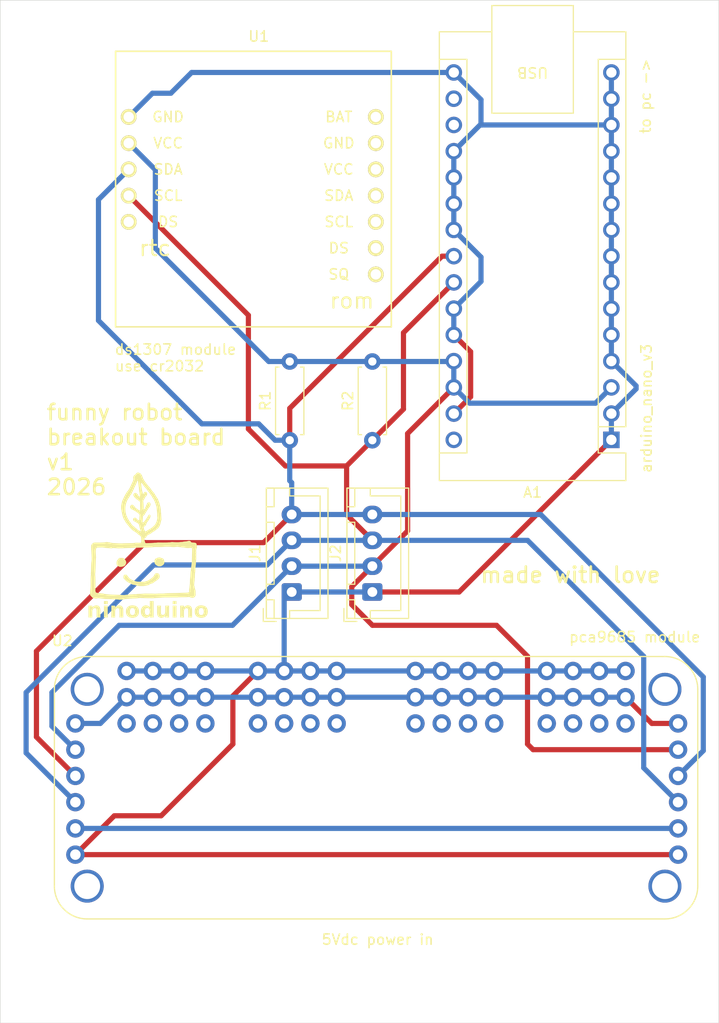
<source format=kicad_pcb>
(kicad_pcb (version 20241229) (generator "pcbnew") (generator_version "9.0")
  (title_block (title "funny robot breakout board v1") (date "2026-02-10") (rev "v1") (company "ninoduino"))
  (layers (0 "F.Cu" signal) (2 "B.Cu" signal) (13 "F.Paste" user) (15 "B.Paste" user) (5 "F.SilkS" user "F.Silkscreen") (7 "B.SilkS" user "B.Silkscreen") (1 "F.Mask" user) (3 "B.Mask" user) (25 "Edge.Cuts" user))
  (net 0 "")
  (net 1 "GND")
  (net 2 "VBUS")
  (net 3 "SDA")
  (net 5 "SCL")
  (net 16 "+5V")
  (net 22 "Net-(U2-~{OE}-PadOE_1)")
  (footprint "Resistor_THT:R_Axial_DIN0207_L6.3mm_D2.5mm_P7.62mm_Horizontal" (layer "F.Cu") (at 146.49 88.587 90)
    (property "Reference" "R2" (at 3.81 -2.37 90) (layer "F.SilkS"))
    (property "Value" "10k")
    (pad "1" thru_hole circle (at 0 0 90) (size 1.6 1.6) (drill 0.8) (layers "*.Cu" "*.Mask") (net 5 "SCL"))
    (pad "2" thru_hole circle (at 7.62 0 90) (size 1.6 1.6) (drill 0.8) (layers "*.Cu" "*.Mask") (net 2 "VBUS"))
  )
  (footprint "Library:Tiny_RTC_DS1307" (layer "F.Cu") (at 134.355 62.372 180)
    (property "Reference" "U1" (at -1.145 12.872 0) (layer "F.SilkS"))
    (property "Value" "Tiny_RTC_DS1307" (hide yes))
    (fp_text user "SQ" (at -8.89 -10.16 0) (layer "F.SilkS"))
    (fp_text user "VCC" (at 7.62 2.54 0) (layer "F.SilkS"))
    (fp_text user "GND" (at 7.62 5.08 0) (layer "F.SilkS"))
    (fp_text user "BAT" (at -8.89 5.08 0) (layer "F.SilkS"))
    (fp_text user "DS" (at 7.62 -5.08 0) (layer "F.SilkS"))
    (fp_text user "SDA" (at 7.62 0 0) (layer "F.SilkS"))
    (fp_text user "rom" (at -10.16 -12.7 0) (layer "F.SilkS") (effects (font (size 1.5 1.5) (thickness 0.2))))
    (fp_text user "rtc" (at 8.89 -7.62 0) (layer "F.SilkS") (effects (font (size 1.5 1.5) (thickness 0.2))))
    (fp_text user "SDA" (at -8.89 -2.54 0) (layer "F.SilkS"))
    (fp_text user "SCL" (at 7.62 -2.54 0) (layer "F.SilkS"))
    (fp_text user "VCC" (at -8.89 0 0) (layer "F.SilkS"))
    (fp_text user "GND" (at -8.89 2.54 0) (layer "F.SilkS"))
    (fp_text user "SCL" (at -8.89 -5.08 0) (layer "F.SilkS"))
    (fp_text user "DS" (at -8.89 -7.62 0) (layer "F.SilkS"))
    (pad "1" thru_hole circle (at -12.47 5.08 180) (size 1.524 1.524) (drill 1) (layers "*.Cu" "*.Mask" "F.SilkS"))
    (pad "2" thru_hole circle (at -12.47 2.54 180) (size 1.524 1.524) (drill 1) (layers "*.Cu" "*.Mask" "F.SilkS"))
    (pad "3" thru_hole circle (at -12.47 0 180) (size 1.524 1.524) (drill 1) (layers "*.Cu" "*.Mask" "F.SilkS"))
    (pad "4" thru_hole circle (at -12.47 -2.54 180) (size 1.524 1.524) (drill 1) (layers "*.Cu" "*.Mask" "F.SilkS"))
    (pad "5" thru_hole circle (at -12.47 -5.08 180) (size 1.524 1.524) (drill 1) (layers "*.Cu" "*.Mask" "F.SilkS"))
    (pad "6" thru_hole circle (at -12.47 -7.62 180) (size 1.524 1.524) (drill 1) (layers "*.Cu" "*.Mask" "F.SilkS"))
    (pad "7" thru_hole circle (at -12.47 -10.16 180) (size 1.524 1.524) (drill 1) (layers "*.Cu" "*.Mask" "F.SilkS"))
    (pad "8" thru_hole circle (at 11.43 5.08 180) (size 1.524 1.524) (drill 1) (layers "*.Cu" "*.Mask" "F.SilkS") (net 1 "GND"))
    (pad "9" thru_hole circle (at 11.43 2.54 180) (size 1.524 1.524) (drill 1) (layers "*.Cu" "*.Mask" "F.SilkS") (net 2 "VBUS"))
    (pad "10" thru_hole circle (at 11.43 0 180) (size 1.524 1.524) (drill 1) (layers "*.Cu" "*.Mask" "F.SilkS") (net 3 "SDA"))
    (pad "11" thru_hole circle (at 11.43 -2.54 180) (size 1.524 1.524) (drill 1) (layers "*.Cu" "*.Mask" "F.SilkS") (net 5 "SCL"))
    (pad "12" thru_hole circle (at 11.43 -5.08 180) (size 1.524 1.524) (drill 1) (layers "*.Cu" "*.Mask" "F.SilkS"))
  )
  (footprint "Connector_JST:JST_XH_B4B-XH-A_1x04_P2.50mm_Vertical" (layer "F.Cu") (at 146.49 103.277 90)
    (property "Reference" "J2" (at 3.75 -3.55 90) (layer "F.SilkS"))
    (property "Value" "I2C Jumper")
    (pad "1" thru_hole roundrect (at 0 0 90) (size 1.7 1.95) (drill 0.95) (layers "*.Cu" "*.Mask") (roundrect_rratio 0.147059) (net 1 "GND"))
    (pad "2" thru_hole oval (at 2.5 0 90) (size 1.7 1.95) (drill 0.95) (layers "*.Cu" "*.Mask") (net 2 "VBUS"))
    (pad "3" thru_hole oval (at 5 0 90) (size 1.7 1.95) (drill 0.95) (layers "*.Cu" "*.Mask") (net 5 "SCL"))
    (pad "4" thru_hole oval (at 7.5 0 90) (size 1.7 1.95) (drill 0.95) (layers "*.Cu" "*.Mask") (net 3 "SDA"))
  )
  (footprint "Library:MODULE_815" (layer "F.Cu") (at 146.85 122.223 180)
    (property "Reference" "U2" (at 30.35 14.223 0) (layer "F.SilkS"))
    (property "Value" "pca9685 module" (at -25.015 14.585 0) (layer "F.SilkS"))
    (pad "0" thru_hole circle (at -24.13 6.223 180) (size 1.778 1.778) (drill 1) (layers "*.Cu" "*.Mask"))
    (pad "1" thru_hole circle (at -21.59 6.223 180) (size 1.778 1.778) (drill 1) (layers "*.Cu" "*.Mask"))
    (pad "2" thru_hole circle (at -19.05 6.223 180) (size 1.778 1.778) (drill 1) (layers "*.Cu" "*.Mask"))
    (pad "3" thru_hole circle (at -16.51 6.223 180) (size 1.778 1.778) (drill 1) (layers "*.Cu" "*.Mask"))
    (pad "4" thru_hole circle (at -11.43 6.223 180) (size 1.778 1.778) (drill 1) (layers "*.Cu" "*.Mask"))
    (pad "5" thru_hole circle (at -8.89 6.223 180) (size 1.778 1.778) (drill 1) (layers "*.Cu" "*.Mask"))
    (pad "6" thru_hole circle (at -6.35 6.223 180) (size 1.778 1.778) (drill 1) (layers "*.Cu" "*.Mask"))
    (pad "7" thru_hole circle (at -3.81 6.223 180) (size 1.778 1.778) (drill 1) (layers "*.Cu" "*.Mask"))
    (pad "8" thru_hole circle (at 3.81 6.223 180) (size 1.778 1.778) (drill 1) (layers "*.Cu" "*.Mask"))
    (pad "9" thru_hole circle (at 6.35 6.223 180) (size 1.778 1.778) (drill 1) (layers "*.Cu" "*.Mask"))
    (pad "10" thru_hole circle (at 8.89 6.223 180) (size 1.778 1.778) (drill 1) (layers "*.Cu" "*.Mask"))
    (pad "11" thru_hole circle (at 11.43 6.223 180) (size 1.778 1.778) (drill 1) (layers "*.Cu" "*.Mask"))
    (pad "12" thru_hole circle (at 16.51 6.223 180) (size 1.778 1.778) (drill 1) (layers "*.Cu" "*.Mask"))
    (pad "13" thru_hole circle (at 19.05 6.223 180) (size 1.778 1.778) (drill 1) (layers "*.Cu" "*.Mask"))
    (pad "14" thru_hole circle (at 21.59 6.223 180) (size 1.778 1.778) (drill 1) (layers "*.Cu" "*.Mask"))
    (pad "15" thru_hole circle (at 24.13 6.223 180) (size 1.778 1.778) (drill 1) (layers "*.Cu" "*.Mask"))
    (pad "GND_1" thru_hole circle (at -29.21 -6.477 180) (size 1.778 1.778) (drill 1.016) (layers "*.Cu" "*.Mask") (net 1 "GND"))
    (pad "GND_2" thru_hole circle (at 29.083 -6.477 180) (size 1.778 1.778) (drill 1.016) (layers "*.Cu" "*.Mask") (net 1 "GND"))
    (pad "GND_3" thru_hole circle (at -24.13 11.303 180) (size 1.778 1.778) (drill 1) (layers "*.Cu" "*.Mask") (net 1 "GND"))
    (pad "GND_4" thru_hole circle (at -21.59 11.303 180) (size 1.778 1.778) (drill 1) (layers "*.Cu" "*.Mask") (net 1 "GND"))
    (pad "GND_5" thru_hole circle (at -19.05 11.303 180) (size 1.778 1.778) (drill 1) (layers "*.Cu" "*.Mask") (net 1 "GND"))
    (pad "GND_6" thru_hole circle (at -16.51 11.303 180) (size 1.778 1.778) (drill 1) (layers "*.Cu" "*.Mask") (net 1 "GND"))
    (pad "GND_7" thru_hole circle (at -11.43 11.303 180) (size 1.778 1.778) (drill 1) (layers "*.Cu" "*.Mask") (net 1 "GND"))
    (pad "GND_8" thru_hole circle (at -8.89 11.303 180) (size 1.778 1.778) (drill 1) (layers "*.Cu" "*.Mask") (net 1 "GND"))
    (pad "GND_9" thru_hole circle (at -6.35 11.303 180) (size 1.778 1.778) (drill 1) (layers "*.Cu" "*.Mask") (net 1 "GND"))
    (pad "GND_10" thru_hole circle (at -3.81 11.303 180) (size 1.778 1.778) (drill 1) (layers "*.Cu" "*.Mask") (net 1 "GND"))
    (pad "GND_11" thru_hole circle (at 3.81 11.303 180) (size 1.778 1.778) (drill 1) (layers "*.Cu" "*.Mask") (net 1 "GND"))
    (pad "GND_12" thru_hole circle (at 6.35 11.303 180) (size 1.778 1.778) (drill 1) (layers "*.Cu" "*.Mask") (net 1 "GND"))
    (pad "GND_13" thru_hole circle (at 8.89 11.303 180) (size 1.778 1.778) (drill 1) (layers "*.Cu" "*.Mask") (net 1 "GND"))
    (pad "GND_14" thru_hole circle (at 11.43 11.303 180) (size 1.778 1.778) (drill 1) (layers "*.Cu" "*.Mask") (net 1 "GND"))
    (pad "GND_15" thru_hole circle (at 16.51 11.303 180) (size 1.778 1.778) (drill 1) (layers "*.Cu" "*.Mask") (net 1 "GND"))
    (pad "GND_16" thru_hole circle (at 19.05 11.303 180) (size 1.778 1.778) (drill 1) (layers "*.Cu" "*.Mask") (net 1 "GND"))
    (pad "GND_17" thru_hole circle (at 21.59 11.303 180) (size 1.778 1.778) (drill 1) (layers "*.Cu" "*.Mask") (net 1 "GND"))
    (pad "GND_18" thru_hole circle (at 24.13 11.303 180) (size 1.778 1.778) (drill 1) (layers "*.Cu" "*.Mask") (net 1 "GND"))
    (pad "OE_1" thru_hole circle (at -29.21 -3.937 180) (size 1.778 1.778) (drill 1.016) (layers "*.Cu" "*.Mask") (net 22 "Net-(U2-~{OE}-PadOE_1)"))
    (pad "OE_2" thru_hole circle (at 29.083 -3.937 180) (size 1.778 1.778) (drill 1.016) (layers "*.Cu" "*.Mask") (net 22 "Net-(U2-~{OE}-PadOE_1)"))
    (pad "S1" thru_hole circle (at -27.94 -9.525 180) (size 3.2 3.2) (drill 2.5) (layers "*.Cu" "*.Mask"))
    (pad "S2" thru_hole circle (at 27.94 -9.525 180) (size 3.2 3.2) (drill 2.5) (layers "*.Cu" "*.Mask"))
    (pad "S3" thru_hole circle (at -27.94 9.525 180) (size 3.2 3.2) (drill 2.5) (layers "*.Cu" "*.Mask"))
    (pad "S4" thru_hole circle (at 27.94 9.525 180) (size 3.2 3.2) (drill 2.5) (layers "*.Cu" "*.Mask"))
    (pad "SCL_1" thru_hole circle (at -29.21 -1.397 180) (size 1.778 1.778) (drill 1.016) (layers "*.Cu" "*.Mask") (net 5 "SCL"))
    (pad "SCL_2" thru_hole circle (at 29.083 -1.397 180) (size 1.778 1.778) (drill 1.016) (layers "*.Cu" "*.Mask") (net 5 "SCL"))
    (pad "SDA_1" thru_hole circle (at -29.21 1.143 180) (size 1.778 1.778) (drill 1.016) (layers "*.Cu" "*.Mask") (net 3 "SDA"))
    (pad "SDA_2" thru_hole circle (at 29.083 1.143 180) (size 1.778 1.778) (drill 1.016) (layers "*.Cu" "*.Mask") (net 3 "SDA"))
    (pad "V+_1" thru_hole circle (at -29.21 6.223 180) (size 1.778 1.778) (drill 1.016) (layers "*.Cu" "*.Mask") (net 16 "+5V"))
    (pad "V+_2" thru_hole circle (at 29.083 6.223 180) (size 1.778 1.778) (drill 1.016) (layers "*.Cu" "*.Mask") (net 16 "+5V"))
    (pad "V+_3" thru_hole circle (at -24.13 8.763 180) (size 1.778 1.778) (drill 1) (layers "*.Cu" "*.Mask") (net 16 "+5V"))
    (pad "V+_4" thru_hole circle (at -21.59 8.763 180) (size 1.778 1.778) (drill 1) (layers "*.Cu" "*.Mask") (net 16 "+5V"))
    (pad "V+_5" thru_hole circle (at -19.05 8.763 180) (size 1.778 1.778) (drill 1) (layers "*.Cu" "*.Mask") (net 16 "+5V"))
    (pad "V+_6" thru_hole circle (at -16.51 8.763 180) (size 1.778 1.778) (drill 1) (layers "*.Cu" "*.Mask") (net 16 "+5V"))
    (pad "V+_7" thru_hole circle (at -11.43 8.763 180) (size 1.778 1.778) (drill 1) (layers "*.Cu" "*.Mask") (net 16 "+5V"))
    (pad "V+_8" thru_hole circle (at -8.89 8.763 180) (size 1.778 1.778) (drill 1) (layers "*.Cu" "*.Mask") (net 16 "+5V"))
    (pad "V+_9" thru_hole circle (at -6.35 8.763 180) (size 1.778 1.778) (drill 1) (layers "*.Cu" "*.Mask") (net 16 "+5V"))
    (pad "V+_10" thru_hole circle (at -3.81 8.763 180) (size 1.778 1.778) (drill 1) (layers "*.Cu" "*.Mask") (net 16 "+5V"))
    (pad "V+_11" thru_hole circle (at 3.81 8.763 180) (size 1.778 1.778) (drill 1) (layers "*.Cu" "*.Mask") (net 16 "+5V"))
    (pad "V+_12" thru_hole circle (at 6.35 8.763 180) (size 1.778 1.778) (drill 1) (layers "*.Cu" "*.Mask") (net 16 "+5V"))
    (pad "V+_13" thru_hole circle (at 8.89 8.763 180) (size 1.778 1.778) (drill 1) (layers "*.Cu" "*.Mask") (net 16 "+5V"))
    (pad "V+_14" thru_hole circle (at 11.43 8.763 180) (size 1.778 1.778) (drill 1) (layers "*.Cu" "*.Mask") (net 16 "+5V"))
    (pad "V+_15" thru_hole circle (at 16.51 8.763 180) (size 1.778 1.778) (drill 1) (layers "*.Cu" "*.Mask") (net 16 "+5V"))
    (pad "V+_16" thru_hole circle (at 19.05 8.763 180) (size 1.778 1.778) (drill 1) (layers "*.Cu" "*.Mask") (net 16 "+5V"))
    (pad "V+_17" thru_hole circle (at 21.59 8.763 180) (size 1.778 1.778) (drill 1) (layers "*.Cu" "*.Mask") (net 16 "+5V"))
    (pad "V+_18" thru_hole circle (at 24.13 8.763 180) (size 1.778 1.778) (drill 1) (layers "*.Cu" "*.Mask") (net 16 "+5V"))
    (pad "VCC_1" thru_hole circle (at -29.21 3.683 180) (size 1.778 1.778) (drill 1.016) (layers "*.Cu" "*.Mask") (net 2 "VBUS"))
    (pad "VCC_2" thru_hole circle (at 29.083 3.683 180) (size 1.778 1.778) (drill 1.016) (layers "*.Cu" "*.Mask") (net 2 "VBUS"))
  )
  (footprint "Module:Arduino_Nano" (layer "F.Cu") (at 169.61 88.55 180)
    (property "Reference" "A1" (at 7.62 -5.08 0) (layer "F.SilkS"))
    (property "Value" "arduino_nano_v3" (at -3.39 3.05 90) (layer "F.SilkS"))
    (fp_text user "USB" (at 7.62 35.56 180) (layer "F.SilkS"))
    (pad "1" thru_hole rect (at 0 0 180) (size 1.6 1.6) (drill 1) (layers "*.Cu" "*.Mask") (net 1 "GND"))
    (pad "2" thru_hole oval (at 0 2.54 180) (size 1.6 1.6) (drill 1) (layers "*.Cu" "*.Mask") (net 1 "GND"))
    (pad "3" thru_hole oval (at 0 5.08 180) (size 1.6 1.6) (drill 1) (layers "*.Cu" "*.Mask") (net 2 "VBUS"))
    (pad "4" thru_hole oval (at 0 7.62 180) (size 1.6 1.6) (drill 1) (layers "*.Cu" "*.Mask") (net 1 "GND"))
    (pad "5" thru_hole oval (at 0 10.16 180) (size 1.6 1.6) (drill 1) (layers "*.Cu" "*.Mask") (net 1 "GND"))
    (pad "6" thru_hole oval (at 0 12.7 180) (size 1.6 1.6) (drill 1) (layers "*.Cu" "*.Mask") (net 1 "GND"))
    (pad "7" thru_hole oval (at 0 15.24 180) (size 1.6 1.6) (drill 1) (layers "*.Cu" "*.Mask") (net 1 "GND"))
    (pad "8" thru_hole oval (at 0 17.78 180) (size 1.6 1.6) (drill 1) (layers "*.Cu" "*.Mask") (net 1 "GND"))
    (pad "9" thru_hole oval (at 0 20.32 180) (size 1.6 1.6) (drill 1) (layers "*.Cu" "*.Mask") (net 1 "GND"))
    (pad "10" thru_hole oval (at 0 22.86 180) (size 1.6 1.6) (drill 1) (layers "*.Cu" "*.Mask") (net 1 "GND"))
    (pad "11" thru_hole oval (at 0 25.4 180) (size 1.6 1.6) (drill 1) (layers "*.Cu" "*.Mask") (net 1 "GND"))
    (pad "12" thru_hole oval (at 0 27.94 180) (size 1.6 1.6) (drill 1) (layers "*.Cu" "*.Mask") (net 1 "GND"))
    (pad "13" thru_hole oval (at 0 30.48 180) (size 1.6 1.6) (drill 1) (layers "*.Cu" "*.Mask") (net 1 "GND"))
    (pad "14" thru_hole oval (at 0 33.02 180) (size 1.6 1.6) (drill 1) (layers "*.Cu" "*.Mask") (net 1 "GND"))
    (pad "15" thru_hole oval (at 0 35.56 180) (size 1.6 1.6) (drill 1) (layers "*.Cu" "*.Mask") (net 1 "GND"))
    (pad "16" thru_hole oval (at 15.24 35.56 180) (size 1.6 1.6) (drill 1) (layers "*.Cu" "*.Mask") (net 1 "GND"))
    (pad "17" thru_hole oval (at 15.24 33.02 180) (size 1.6 1.6) (drill 1) (layers "*.Cu" "*.Mask"))
    (pad "18" thru_hole oval (at 15.24 30.48 180) (size 1.6 1.6) (drill 1) (layers "*.Cu" "*.Mask"))
    (pad "19" thru_hole oval (at 15.24 27.94 180) (size 1.6 1.6) (drill 1) (layers "*.Cu" "*.Mask") (net 1 "GND"))
    (pad "20" thru_hole oval (at 15.24 25.4 180) (size 1.6 1.6) (drill 1) (layers "*.Cu" "*.Mask") (net 1 "GND"))
    (pad "21" thru_hole oval (at 15.24 22.86 180) (size 1.6 1.6) (drill 1) (layers "*.Cu" "*.Mask") (net 1 "GND"))
    (pad "22" thru_hole oval (at 15.24 20.32 180) (size 1.6 1.6) (drill 1) (layers "*.Cu" "*.Mask") (net 1 "GND"))
    (pad "23" thru_hole oval (at 15.24 17.78 180) (size 1.6 1.6) (drill 1) (layers "*.Cu" "*.Mask") (net 3 "SDA"))
    (pad "24" thru_hole oval (at 15.24 15.24 180) (size 1.6 1.6) (drill 1) (layers "*.Cu" "*.Mask") (net 5 "SCL"))
    (pad "25" thru_hole oval (at 15.24 12.7 180) (size 1.6 1.6) (drill 1) (layers "*.Cu" "*.Mask") (net 1 "GND"))
    (pad "26" thru_hole oval (at 15.24 10.16 180) (size 1.6 1.6) (drill 1) (layers "*.Cu" "*.Mask") (net 1 "GND"))
    (pad "27" thru_hole oval (at 15.24 7.62 180) (size 1.6 1.6) (drill 1) (layers "*.Cu" "*.Mask") (net 2 "VBUS"))
    (pad "28" thru_hole oval (at 15.24 5.08 180) (size 1.6 1.6) (drill 1) (layers "*.Cu" "*.Mask") (net 2 "VBUS"))
    (pad "29" thru_hole oval (at 15.24 2.54 180) (size 1.6 1.6) (drill 1) (layers "*.Cu" "*.Mask") (net 1 "GND"))
    (pad "30" thru_hole oval (at 15.24 0 180) (size 1.6 1.6) (drill 1) (layers "*.Cu" "*.Mask"))
  )
  (footprint "Library:ninoduino" (layer "F.Cu") (at 124 99)
    (property "Reference" "G***" (hide yes))
    (property "Value" "LOGO" (hide yes))
  )
  (footprint "MountingHole:MountingHole_3.2mm_M3" (layer "F.Cu") (at 175 140)
    (property "Reference" "REF**" (hide yes))
    (property "Value" "MountingHole_3.2mm_M3" (hide yes))
    (pad "" np_thru_hole circle (at 0 0) (size 3.2 3.2) (drill 3.2) (layers "*.Cu" "*.Mask"))
  )
  (footprint "Connector_JST:JST_XH_B4B-XH-A_1x04_P2.50mm_Vertical" (layer "F.Cu") (at 138.69 103.277 90)
    (property "Reference" "J1" (at 3.75 -3.55 90) (layer "F.SilkS"))
    (property "Value" "To SSD1306OLED")
    (pad "1" thru_hole roundrect (at 0 0 90) (size 1.7 1.95) (drill 0.95) (layers "*.Cu" "*.Mask") (roundrect_rratio 0.147059) (net 1 "GND"))
    (pad "2" thru_hole oval (at 2.5 0 90) (size 1.7 1.95) (drill 0.95) (layers "*.Cu" "*.Mask") (net 2 "VBUS"))
    (pad "3" thru_hole oval (at 5 0 90) (size 1.7 1.95) (drill 0.95) (layers "*.Cu" "*.Mask") (net 5 "SCL"))
    (pad "4" thru_hole oval (at 7.5 0 90) (size 1.7 1.95) (drill 0.95) (layers "*.Cu" "*.Mask") (net 3 "SDA"))
  )
  (footprint "MountingHole:MountingHole_3.2mm_M3" (layer "F.Cu") (at 115.5 51)
    (property "Reference" "REF**" (hide yes))
    (property "Value" "MountingHole_3.2mm_M3" (hide yes))
    (pad "" np_thru_hole circle (at 0 0) (size 3.2 3.2) (drill 3.2) (layers "*.Cu" "*.Mask"))
  )
  (footprint "Resistor_THT:R_Axial_DIN0207_L6.3mm_D2.5mm_P7.62mm_Horizontal" (layer "F.Cu") (at 138.5 88.587 90)
    (property "Reference" "R1" (at 3.81 -2.37 90) (layer "F.SilkS"))
    (property "Value" "10k")
    (pad "1" thru_hole circle (at 0 0 90) (size 1.6 1.6) (drill 0.8) (layers "*.Cu" "*.Mask") (net 3 "SDA"))
    (pad "2" thru_hole circle (at 7.62 0 90) (size 1.6 1.6) (drill 0.8) (layers "*.Cu" "*.Mask") (net 2 "VBUS"))
  )
  (gr_rect (start 110.5 46) (end 180 145) (stroke (width 0.05)) (fill no) (layer "Edge.Cuts"))
  (gr_text "to pc ->" (at 173.5 59 90) (layer "F.SilkS") (effects (font (size 1 1)) (justify left bottom)))
  (gr_text "funny robot\nbreakout board\nv1\n2026" (at 114.85633 94 0) (layer "F.SilkS") (effects (font (size 1.5 1.5) (thickness 0.25) (bold yes)) (justify left bottom)))
  (gr_text "ninoduino" (at 118.85633 106 0) (layer "F.SilkS") (effects (font (size 1.5 1.5) (thickness 0.3) (bold yes)) (justify left bottom)))
  (gr_text "5Vdc power in" (at 141.5 137.5 0) (layer "F.SilkS") (effects (font (size 1 1)) (justify left bottom)))
  (gr_text "ds1307 module\nuse cr2032" (at 121.5 82 0) (layer "F.SilkS") (effects (font (size 1 1)) (justify left bottom)))
  (gr_text "made with love" (at 174.5 102.5 0) (layer "F.SilkS") (effects (font (size 1.5 1.5) (thickness 0.25) (bold yes)) (justify right bottom)))
  (segment (start 154.37 78.39) (end 156 80.02) (width 0.5) (layer "F.Cu") (net 1))
  (segment (start 176.06 128.7) (end 117.767 128.7) (width 0.5) (layer "F.Cu") (net 1))
  (segment (start 133 118) (end 133 113.34) (width 0.5) (layer "F.Cu") (net 1))
  (segment (start 156 80.02) (end 156 84.38) (width 0.5) (layer "F.Cu") (net 1))
  (segment (start 126.063 124.937) (end 133 118) (width 0.5) (layer "F.Cu") (net 1))
  (segment (start 146.49 103.277) (end 154.883 103.277) (width 0.5) (layer "F.Cu") (net 1))
  (segment (start 156 84.38) (end 154.37 86.01) (width 0.5) (layer "F.Cu") (net 1))
  (segment (start 154.883 103.277) (end 169.61 88.55) (width 0.5) (layer "F.Cu") (net 1))
  (segment (start 133 113.34) (end 135.42 110.92) (width 0.5) (layer "F.Cu") (net 1))
  (segment (start 121.53 124.937) (end 126.063 124.937) (width 0.5) (layer "F.Cu") (net 1))
  (segment (start 117.767 128.7) (end 121.53 124.937) (width 0.5) (layer "F.Cu") (net 1))
  (segment (start 154.37 52.99) (end 157 55.62) (width 0.5) (layer "B.Cu") (net 1))
  (segment (start 172 83.62) (end 169.61 86.01) (width 0.5) (layer "B.Cu") (net 1))
  (segment (start 157 55.62) (end 157 57.98) (width 0.5) (layer "B.Cu") (net 1))
  (segment (start 157 57.98) (end 154.37 60.61) (width 0.5) (layer "B.Cu") (net 1))
  (segment (start 172 83.32) (end 172 83.62) (width 0.5) (layer "B.Cu") (net 1))
  (segment (start 125.217 55) (end 127 55) (width 0.5) (layer "B.Cu") (net 1))
  (segment (start 157.09 58.07) (end 169.61 58.07) (width 0.5) (layer "B.Cu") (net 1))
  (segment (start 169.61 80.93) (end 172 83.32) (width 0.5) (layer "B.Cu") (net 1))
  (segment (start 157 70.86) (end 157 73.22) (width 0.5) (layer "B.Cu") (net 1))
  (segment (start 169.61 80.93) (end 169.61 52.99) (width 0.5) (layer "B.Cu") (net 1))
  (segment (start 157 57.98) (end 157.09 58.07) (width 0.5) (layer "B.Cu") (net 1))
  (segment (start 137.96 104.04) (end 137.96 110.92) (width 0.5) (layer "B.Cu") (net 1))
  (segment (start 138.69 103.31) (end 137.96 104.04) (width 0.5) (layer "B.Cu") (net 1))
  (segment (start 157 73.22) (end 154.37 75.85) (width 0.5) (layer "B.Cu") (net 1))
  (segment (start 170.98 110.92) (end 122.72 110.92) (width 0.5) (layer "B.Cu") (net 1))
  (segment (start 129.01 52.99) (end 154.37 52.99) (width 0.5) (layer "B.Cu") (net 1))
  (segment (start 138.69 103.277) (end 138.69 103.31) (width 0.5) (layer "B.Cu") (net 1))
  (segment (start 127 55) (end 129.01 52.99) (width 0.5) (layer "B.Cu") (net 1))
  (segment (start 154.37 60.61) (end 154.37 68.23) (width 0.5) (layer "B.Cu") (net 1))
  (segment (start 154.37 75.85) (end 154.37 78.39) (width 0.5) (layer "B.Cu") (net 1))
  (segment (start 146.49 103.277) (end 138.69 103.277) (width 0.5) (layer "B.Cu") (net 1))
  (segment (start 169.61 88.55) (end 169.61 86.01) (width 0.5) (layer "B.Cu") (net 1))
  (segment (start 122.925 57.292) (end 125.217 55) (width 0.5) (layer "B.Cu") (net 1))
  (segment (start 154.37 68.23) (end 157 70.86) (width 0.5) (layer "B.Cu") (net 1))
  (segment (start 146.5 106.5) (end 158.5 106.5) (width 0.5) (layer "F.Cu") (net 2))
  (segment (start 149.901 97.366) (end 146.49 100.777) (width 0.5) (layer "F.Cu") (net 2))
  (segment (start 149.901 87.939) (end 149.901 97.366) (width 0.5) (layer "F.Cu") (net 2))
  (segment (start 144.5 104.5) (end 146.5 106.5) (width 0.5) (layer "F.Cu") (net 2))
  (segment (start 158.5 106.5) (end 161.5 109.5) (width 0.5) (layer "F.Cu") (net 2))
  (segment (start 161.5 118) (end 162.04 118.54) (width 0.5) (layer "F.Cu") (net 2))
  (segment (start 161.5 109.5) (end 161.5 118) (width 0.5) (layer "F.Cu") (net 2))
  (segment (start 146.49 100.777) (end 144.5 102.767) (width 0.5) (layer "F.Cu") (net 2))
  (segment (start 162.04 118.54) (end 176.06 118.54) (width 0.5) (layer "F.Cu") (net 2))
  (segment (start 154.37 83.47) (end 149.901 87.939) (width 0.5) (layer "F.Cu") (net 2))
  (segment (start 144.5 102.767) (end 144.5 104.5) (width 0.5) (layer "F.Cu") (net 2))
  (segment (start 138.5 80.967) (end 146.49 80.967) (width 0.5) (layer "B.Cu") (net 2))
  (segment (start 146.49 80.967) (end 154.333 80.967) (width 0.5) (layer "B.Cu") (net 2))
  (segment (start 125.5 62.407) (end 122.925 59.832) (width 0.5) (layer "B.Cu") (net 2))
  (segment (start 117.767 118.54) (end 115.5 116.273) (width 0.5) (layer "B.Cu") (net 2))
  (segment (start 136.467 80.967) (end 125.5 70) (width 0.5) (layer "B.Cu") (net 2))
  (segment (start 169.61 83.47) (end 168.08 85) (width 0.5) (layer "B.Cu") (net 2))
  (segment (start 115.5 113) (end 122 106.5) (width 0.5) (layer "B.Cu") (net 2))
  (segment (start 125.5 70) (end 125.5 62.407) (width 0.5) (layer "B.Cu") (net 2))
  (segment (start 132.967 106.5) (end 138.69 100.777) (width 0.5) (layer "B.Cu") (net 2))
  (segment (start 138.69 100.777) (end 146.49 100.777) (width 0.5) (layer "B.Cu") (net 2))
  (segment (start 138.5 80.967) (end 136.467 80.967) (width 0.5) (layer "B.Cu") (net 2))
  (segment (start 154.37 80.93) (end 154.37 83.47) (width 0.5) (layer "B.Cu") (net 2))
  (segment (start 168.08 85) (end 155.9 85) (width 0.5) (layer "B.Cu") (net 2))
  (segment (start 138.69 100.777) (end 138.69 100.81) (width 0.5) (layer "B.Cu") (net 2))
  (segment (start 155.9 85) (end 154.37 83.47) (width 0.5) (layer "B.Cu") (net 2))
  (segment (start 154.333 80.967) (end 154.37 80.93) (width 0.5) (layer "B.Cu") (net 2))
  (segment (start 122 106.5) (end 132.967 106.5) (width 0.5) (layer "B.Cu") (net 2))
  (segment (start 115.5 116.273) (end 115.5 113) (width 0.5) (layer "B.Cu") (net 2))
  (segment (start 124.5 98.5) (end 114 109) (width 0.5) (layer "F.Cu") (net 3))
  (segment (start 135.967 98.5) (end 124.5 98.5) (width 0.5) (layer "F.Cu") (net 3))
  (segment (start 114 109) (end 114 117.313) (width 0.5) (layer "F.Cu") (net 3))
  (segment (start 138.5 88.587) (end 138.5 85.5) (width 0.5) (layer "F.Cu") (net 3))
  (segment (start 153.23 70.77) (end 154.37 70.77) (width 0.5) (layer "F.Cu") (net 3))
  (segment (start 138.69 95.777) (end 135.967 98.5) (width 0.5) (layer "F.Cu") (net 3))
  (segment (start 114 117.313) (end 117.767 121.08) (width 0.5) (layer "F.Cu") (net 3))
  (segment (start 138.5 85.5) (end 153.23 70.77) (width 0.5) (layer "F.Cu") (net 3))
  (segment (start 138.69 95.777) (end 146.49 95.777) (width 0.5) (layer "B.Cu") (net 3))
  (segment (start 122.925 62.372) (end 120 65.297) (width 0.5) (layer "B.Cu") (net 3))
  (segment (start 130 87) (end 135.5 87) (width 0.5) (layer "B.Cu") (net 3))
  (segment (start 120 77) (end 130 87) (width 0.5) (layer "B.Cu") (net 3))
  (segment (start 135.5 87) (end 137.087 88.587) (width 0.5) (layer "B.Cu") (net 3))
  (segment (start 146.49 95.777) (end 162.777 95.777) (width 0.5) (layer "B.Cu") (net 3))
  (segment (start 162.777 95.777) (end 178.5 111.5) (width 0.5) (layer "B.Cu") (net 3))
  (segment (start 120 65.297) (end 120 77) (width 0.5) (layer "B.Cu") (net 3))
  (segment (start 138.69 95.777) (end 138.69 92.69) (width 0.5) (layer "B.Cu") (net 3))
  (segment (start 178.5 111.5) (end 178.5 118.64) (width 0.5) (layer "B.Cu") (net 3))
  (segment (start 178.5 118.64) (end 176.06 121.08) (width 0.5) (layer "B.Cu") (net 3))
  (segment (start 138.69 92.69) (end 138.5 92.5) (width 0.5) (layer "B.Cu") (net 3))
  (segment (start 137.087 88.587) (end 138.5 88.587) (width 0.5) (layer "B.Cu") (net 3))
  (segment (start 138.5 92.5) (end 138.5 88.587) (width 0.5) (layer "B.Cu") (net 3))
  (segment (start 146.49 98.277) (end 144 95.787) (width 0.5) (layer "F.Cu") (net 5))
  (segment (start 144 95.787) (end 144 91.077) (width 0.5) (layer "F.Cu") (net 5))
  (segment (start 149.5 78.18) (end 154.37 73.31) (width 0.5) (layer "F.Cu") (net 5))
  (segment (start 134.5 76.487) (end 134.5 87.5) (width 0.5) (layer "F.Cu") (net 5))
  (segment (start 144 91.077) (end 146.49 88.587) (width 0.5) (layer "F.Cu") (net 5))
  (segment (start 146.49 88.587) (end 149.5 85.577) (width 0.5) (layer "F.Cu") (net 5))
  (segment (start 134.5 87.5) (end 138.077 91.077) (width 0.5) (layer "F.Cu") (net 5))
  (segment (start 149.5 85.577) (end 149.5 78.18) (width 0.5) (layer "F.Cu") (net 5))
  (segment (start 122.925 64.912) (end 134.5 76.487) (width 0.5) (layer "F.Cu") (net 5))
  (segment (start 138.077 91.077) (end 144 91.077) (width 0.5) (layer "F.Cu") (net 5))
  (segment (start 161.504523 98.277) (end 172.739 109.511477) (width 0.5) (layer "B.Cu") (net 5))
  (segment (start 172.739 120.299) (end 176.06 123.62) (width 0.5) (layer "B.Cu") (net 5))
  (segment (start 146.49 98.277) (end 161.504523 98.277) (width 0.5) (layer "B.Cu") (net 5))
  (segment (start 113 113) (end 113 118.853) (width 0.5) (layer "B.Cu") (net 5))
  (segment (start 138.69 98.277) (end 136.307 100.66) (width 0.5) (layer "B.Cu") (net 5))
  (segment (start 146.49 98.277) (end 138.69 98.277) (width 0.5) (layer "B.Cu") (net 5))
  (segment (start 136.307 100.66) (end 125.34 100.66) (width 0.5) (layer "B.Cu") (net 5))
  (segment (start 113 118.853) (end 117.767 123.62) (width 0.5) (layer "B.Cu") (net 5))
  (segment (start 125.34 100.66) (end 113 113) (width 0.5) (layer "B.Cu") (net 5))
  (segment (start 172.739 109.511477) (end 172.739 120.299) (width 0.5) (layer "B.Cu") (net 5))
  (segment (start 170.98 113.46) (end 173.52 116) (width 0.5) (layer "F.Cu") (net 16))
  (segment (start 173.52 116) (end 176.06 116) (width 0.5) (layer "F.Cu") (net 16))
  (segment (start 122.72 113.46) (end 170.98 113.46) (width 0.5) (layer "B.Cu") (net 16))
  (segment (start 120.18 116) (end 122.72 113.46) (width 0.5) (layer "B.Cu") (net 16))
  (segment (start 117.767 116) (end 120.18 116) (width 0.5) (layer "B.Cu") (net 16))
  (segment (start 176.06 126.16) (end 117.767 126.16) (width 0.5) (layer "B.Cu") (net 22))
)
</source>
